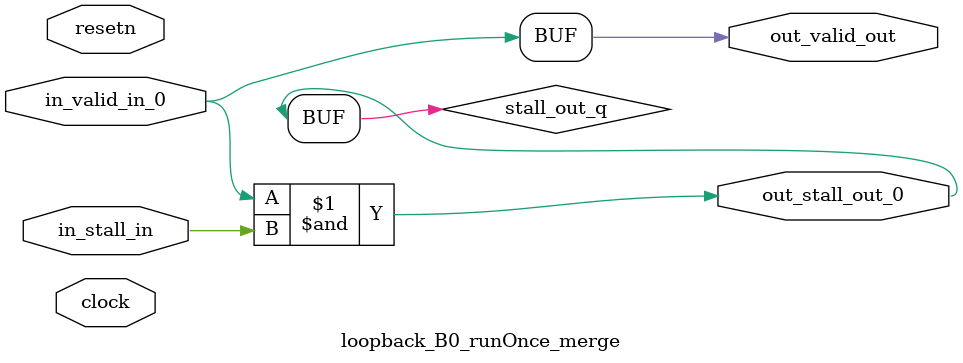
<source format=sv>



(* altera_attribute = "-name AUTO_SHIFT_REGISTER_RECOGNITION OFF; -name MESSAGE_DISABLE 10036; -name MESSAGE_DISABLE 10037; -name MESSAGE_DISABLE 14130; -name MESSAGE_DISABLE 14320; -name MESSAGE_DISABLE 15400; -name MESSAGE_DISABLE 14130; -name MESSAGE_DISABLE 10036; -name MESSAGE_DISABLE 12020; -name MESSAGE_DISABLE 12030; -name MESSAGE_DISABLE 12010; -name MESSAGE_DISABLE 12110; -name MESSAGE_DISABLE 14320; -name MESSAGE_DISABLE 13410; -name MESSAGE_DISABLE 113007; -name MESSAGE_DISABLE 10958" *)
module loopback_B0_runOnce_merge (
    input wire [0:0] in_stall_in,
    input wire [0:0] in_valid_in_0,
    output wire [0:0] out_stall_out_0,
    output wire [0:0] out_valid_out,
    input wire clock,
    input wire resetn
    );

    wire [0:0] stall_out_q;


    // stall_out(LOGICAL,6)
    assign stall_out_q = in_valid_in_0 & in_stall_in;

    // out_stall_out_0(GPOUT,4)
    assign out_stall_out_0 = stall_out_q;

    // out_valid_out(GPOUT,5)
    assign out_valid_out = in_valid_in_0;

endmodule

</source>
